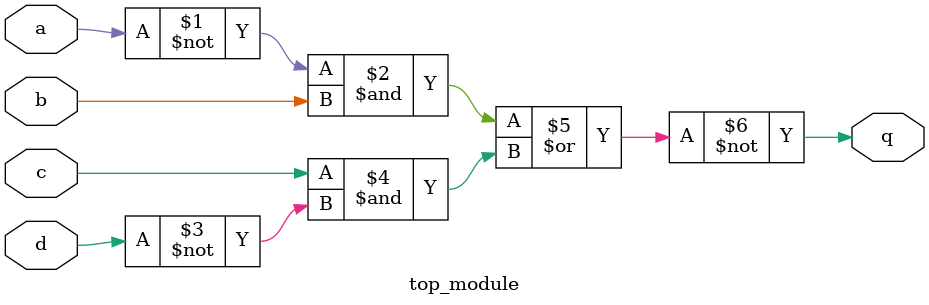
<source format=sv>
module top_module (
    input a, 
    input b, 
    input c, 
    input d,
    output q
);
    assign q = ~((~a & b) | (c & ~d));
endmodule

</source>
